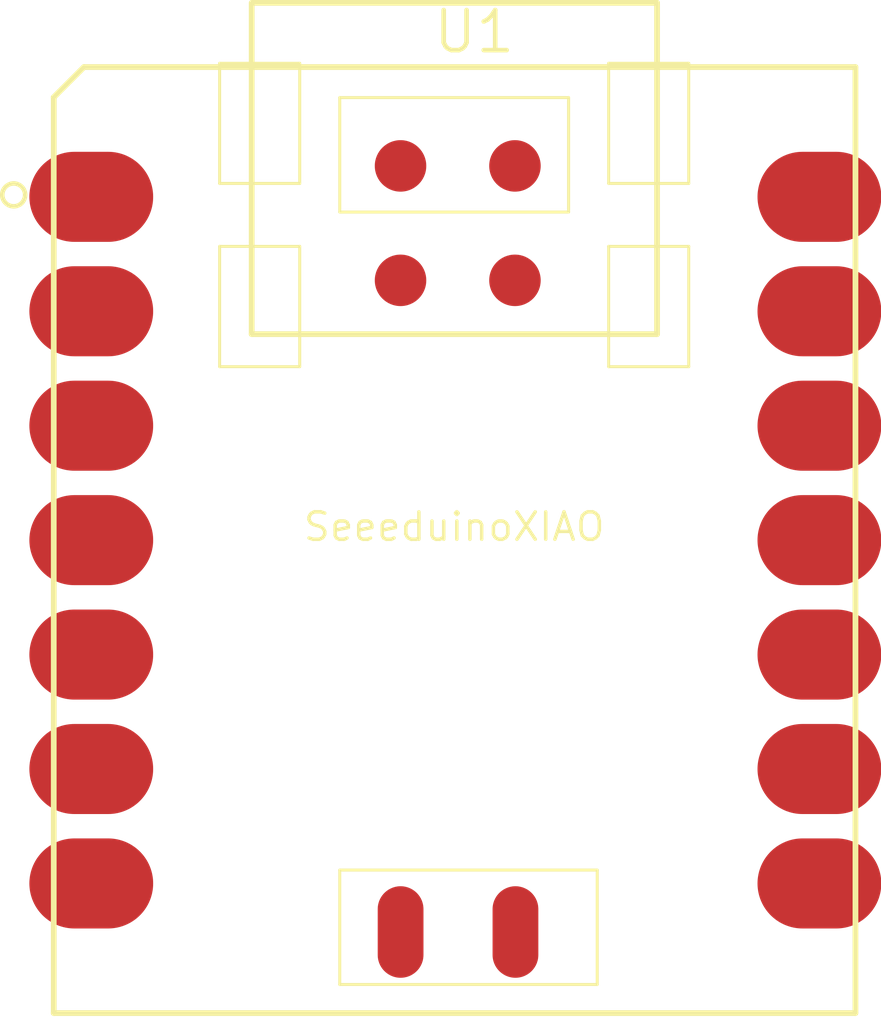
<source format=kicad_pcb>
(kicad_pcb (version 20171130) (host pcbnew 5.1.5+dfsg1-2build2)
  (layers (0 F.Cu signal) (31 B.Cu signal) (34 B.Paste user) (35 F.Paste user) (36 B.SilkS user) (37 F.SilkS user) (38 B.Mask user) (39 F.Mask user) (44 Edge.Cuts user))
  (net 0 "")
  (net 1 "Net-(U1-Pad14)")
  (net 2 "Net-(U1-Pad13)")
  (net 3 "Net-(U1-Pad12)")
  (net 4 "Net-(U1-Pad11)")
  (net 5 "Net-(U1-Pad10)")
  (net 6 "Net-(U1-Pad9)")
  (net 7 "Net-(U1-Pad8)")
  (net 8 "Net-(U1-Pad7)")
  (net 9 "Net-(U1-Pad6)")
  (net 10 "Net-(U1-Pad5)")
  (net 11 "Net-(U1-Pad4)")
  (net 12 "Net-(U1-Pad3)")
  (net 13 "Net-(U1-Pad2)")
  (net 14 "Net-(U1-Pad1)")
  (net 15 "Net-(U1-Pad15)")
  (net 16 "Net-(U1-Pad16)")
  (net 17 "Net-(U1-Pad17)")
  (net 18 "Net-(U1-Pad18)")
  (net 19 "Net-(U1-Pad19)")
  (net 20 "Net-(U1-Pad20)")
  (module custom_modules:Seeeduino_XIAO-MOUDLE14P-2p54-21X17p8MM (layer F.Cu) (at 161.848001 117.101621)
    (fp_text reference U1 (at 9.3345 -21.7805) (layer F.SilkS) (effects (font (size 0.889 0.889) (thickness 0.1016))))
    (fp_text value SeeeduinoXIAO (at 8.89 -10.795) (layer F.SilkS) (effects (font (size 0.6096 0.6096) (thickness 0.0762))))
    (fp_circle (center -0.889 -18.161) (end -0.889 -18.415) (layer F.SilkS) (width 0.1))
    (fp_line (start 4.3942 -15.06982) (end 4.3942 -22.42312) (layer F.SilkS) (width 0.127))
    (fp_line (start 13.39342 -15.06982) (end 4.3942 -15.06982) (layer F.SilkS) (width 0.127))
    (fp_line (start 13.39342 -22.42312) (end 13.39342 -15.06982) (layer F.SilkS) (width 0.127))
    (fp_line (start 4.39928 -22.42312) (end 13.39342 -22.42312) (layer F.SilkS) (width 0.127))
    (fp_line (start 0 -20.32762) (end 0 0) (layer F.SilkS) (width 0.127))
    (fp_line (start 0.67056 -20.99818) (end 0 -20.32762) (layer F.SilkS) (width 0.127))
    (fp_line (start 17.79778 -20.99818) (end 0.67056 -20.99818) (layer F.SilkS) (width 0.127))
    (fp_line (start 17.79778 0) (end 17.79778 -20.99818) (layer F.SilkS) (width 0.127))
    (fp_line (start 0 0) (end 17.79778 0) (layer F.SilkS) (width 0.127))
    (fp_line (start 12.319 -18.415) (end 12.319 -21.082) (layer F.SilkS) (width 0.06604))
    (fp_line (start 12.319 -21.082) (end 14.097 -21.082) (layer F.SilkS) (width 0.06604))
    (fp_line (start 14.097 -18.415) (end 14.097 -21.082) (layer F.SilkS) (width 0.06604))
    (fp_line (start 12.319 -18.415) (end 14.097 -18.415) (layer F.SilkS) (width 0.06604))
    (fp_line (start 12.319 -14.34846) (end 12.319 -17.018) (layer F.SilkS) (width 0.06604))
    (fp_line (start 12.319 -17.018) (end 14.097 -17.018) (layer F.SilkS) (width 0.06604))
    (fp_line (start 14.097 -14.34846) (end 14.097 -17.018) (layer F.SilkS) (width 0.06604))
    (fp_line (start 12.319 -14.34846) (end 14.097 -14.34846) (layer F.SilkS) (width 0.06604))
    (fp_line (start 3.683 -14.34846) (end 3.683 -17.018) (layer F.SilkS) (width 0.06604))
    (fp_line (start 3.683 -17.018) (end 5.461 -17.018) (layer F.SilkS) (width 0.06604))
    (fp_line (start 5.461 -14.34846) (end 5.461 -17.018) (layer F.SilkS) (width 0.06604))
    (fp_line (start 3.683 -14.34846) (end 5.461 -14.34846) (layer F.SilkS) (width 0.06604))
    (fp_line (start 3.683 -18.415) (end 3.683 -21.082) (layer F.SilkS) (width 0.06604))
    (fp_line (start 3.683 -21.082) (end 5.461 -21.082) (layer F.SilkS) (width 0.06604))
    (fp_line (start 5.461 -18.415) (end 5.461 -21.082) (layer F.SilkS) (width 0.06604))
    (fp_line (start 3.683 -18.415) (end 5.461 -18.415) (layer F.SilkS) (width 0.06604))
    (fp_line (start 6.35 -0.635) (end 6.35 -3.175) (layer F.SilkS) (width 0.06604))
    (fp_line (start 6.35 -3.175) (end 12.065 -3.175) (layer F.SilkS) (width 0.06604))
    (fp_line (start 12.065 -0.635) (end 12.065 -3.175) (layer F.SilkS) (width 0.06604))
    (fp_line (start 6.35 -0.635) (end 12.065 -0.635) (layer F.SilkS) (width 0.06604))
    (fp_line (start 6.35 -17.78) (end 6.35 -20.32) (layer F.SilkS) (width 0.06604))
    (fp_line (start 6.35 -20.32) (end 11.43 -20.32) (layer F.SilkS) (width 0.06604))
    (fp_line (start 11.43 -17.78) (end 11.43 -20.32) (layer F.SilkS) (width 0.06604))
    (fp_line (start 6.35 -17.78) (end 11.43 -17.78) (layer F.SilkS) (width 0.06604))
    (pad 14 smd oval (at 16.99768 -18.11782) (size 2.74828 1.99898) (layers F.Cu F.Paste F.Mask) (net 1 "Net-(U1-Pad14)"))
    (pad 13 smd oval (at 16.99768 -15.57782) (size 2.74828 1.99898) (layers F.Cu F.Paste F.Mask) (net 2 "Net-(U1-Pad13)"))
    (pad 12 smd oval (at 16.99768 -13.03782) (size 2.74828 1.99898) (layers F.Cu F.Paste F.Mask) (net 3 "Net-(U1-Pad12)"))
    (pad 11 smd oval (at 16.99768 -10.49782) (size 2.74828 1.99898) (layers F.Cu F.Paste F.Mask) (net 4 "Net-(U1-Pad11)"))
    (pad 10 smd oval (at 16.99768 -7.95782) (size 2.74828 1.99898) (layers F.Cu F.Paste F.Mask) (net 5 "Net-(U1-Pad10)"))
    (pad 9 smd oval (at 16.99768 -5.41782) (size 2.74828 1.99898) (layers F.Cu F.Paste F.Mask) (net 6 "Net-(U1-Pad9)"))
    (pad 8 smd oval (at 16.99768 -2.87782) (size 2.74828 1.99898) (layers F.Cu F.Paste F.Mask) (net 7 "Net-(U1-Pad8)"))
    (pad 7 smd oval (at 0.83312 -2.87782) (size 2.74828 1.99898) (layers F.Cu F.Paste F.Mask) (net 8 "Net-(U1-Pad7)"))
    (pad 6 smd oval (at 0.83312 -5.41782) (size 2.74828 1.99898) (layers F.Cu F.Paste F.Mask) (net 9 "Net-(U1-Pad6)"))
    (pad 5 smd oval (at 0.83312 -7.95782) (size 2.74828 1.99898) (layers F.Cu F.Paste F.Mask) (net 10 "Net-(U1-Pad5)"))
    (pad 4 smd oval (at 0.83312 -10.49782) (size 2.74828 1.99898) (layers F.Cu F.Paste F.Mask) (net 11 "Net-(U1-Pad4)"))
    (pad 3 smd oval (at 0.83312 -13.03782) (size 2.74828 1.99898) (layers F.Cu F.Paste F.Mask) (net 12 "Net-(U1-Pad3)"))
    (pad 2 smd oval (at 0.83312 -15.57782) (size 2.74828 1.99898) (layers F.Cu F.Paste F.Mask) (net 13 "Net-(U1-Pad2)"))
    (pad 1 smd oval (at 0.83312 -18.11782) (size 2.74828 1.99898) (layers F.Cu F.Paste F.Mask) (net 14 "Net-(U1-Pad1)"))
    (pad 15 smd oval (at 7.7 -1.8 90) (size 2.032 1.016) (layers F.Cu F.Paste F.Mask) (net 15 "Net-(U1-Pad15)"))
    (pad 16 smd oval (at 10.25 -1.8 90) (size 2.032 1.016) (layers F.Cu F.Paste F.Mask) (net 16 "Net-(U1-Pad16)"))
    (pad 17 smd circle (at 7.698803 -18.804187 90) (size 1.143 1.143) (layers F.Cu F.Paste F.Mask) (net 17 "Net-(U1-Pad17)"))
    (pad 18 smd circle (at 10.238803 -18.804187 90) (size 1.143 1.143) (layers F.Cu F.Paste F.Mask) (net 18 "Net-(U1-Pad18)"))
    (pad 19 smd circle (at 7.698803 -16.264187 90) (size 1.143 1.143) (layers F.Cu F.Paste F.Mask) (net 19 "Net-(U1-Pad19)"))
    (pad 20 smd circle (at 10.238803 -16.264187 90) (size 1.143 1.143) (layers F.Cu F.Paste F.Mask) (net 20 "Net-(U1-Pad20)"))
  )
)
</source>
